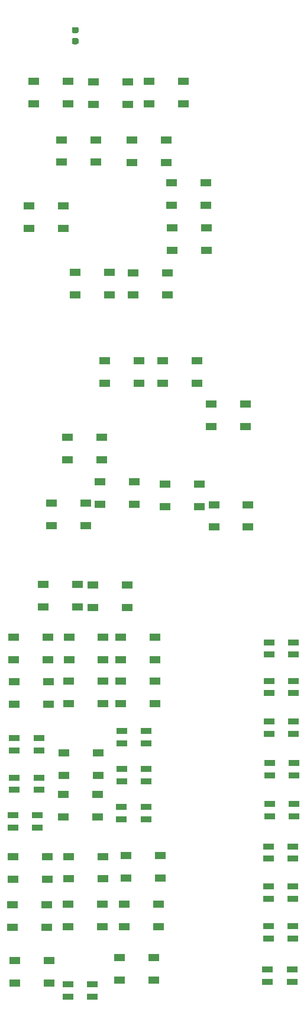
<source format=gbr>
%TF.GenerationSoftware,KiCad,Pcbnew,(5.1.6)-1*%
%TF.CreationDate,2021-07-24T01:35:24+10:00*%
%TF.ProjectId,SPIN RCV Panel PCB V1,5350494e-2052-4435-9620-50616e656c20,rev?*%
%TF.SameCoordinates,Original*%
%TF.FileFunction,Paste,Top*%
%TF.FilePolarity,Positive*%
%FSLAX46Y46*%
G04 Gerber Fmt 4.6, Leading zero omitted, Abs format (unit mm)*
G04 Created by KiCad (PCBNEW (5.1.6)-1) date 2021-07-24 01:35:24*
%MOMM*%
%LPD*%
G01*
G04 APERTURE LIST*
%ADD10R,1.600000X0.850000*%
%ADD11R,1.500000X1.000000*%
G04 APERTURE END LIST*
D10*
%TO.C,D53*%
X270058000Y-155600000D03*
X270058000Y-157350000D03*
X273558000Y-155600000D03*
X273558000Y-157350000D03*
%TD*%
%TO.C,D51*%
X241494000Y-157722000D03*
X241494000Y-159472000D03*
X244994000Y-157722000D03*
X244994000Y-159472000D03*
%TD*%
%TO.C,D49*%
X270196000Y-149442000D03*
X270196000Y-151192000D03*
X273696000Y-149442000D03*
X273696000Y-151192000D03*
%TD*%
%TO.C,D45*%
X270208000Y-143727000D03*
X270208000Y-145477000D03*
X273708000Y-143727000D03*
X273708000Y-145477000D03*
%TD*%
%TO.C,D44*%
X270222000Y-138037000D03*
X270222000Y-139787000D03*
X273722000Y-138037000D03*
X273722000Y-139787000D03*
%TD*%
%TO.C,D40*%
X270360000Y-131967000D03*
X270360000Y-133717000D03*
X273860000Y-131967000D03*
X273860000Y-133717000D03*
%TD*%
%TO.C,D39*%
X249154000Y-132410000D03*
X249154000Y-134160000D03*
X252654000Y-132410000D03*
X252654000Y-134160000D03*
%TD*%
%TO.C,D37*%
X233618000Y-133592000D03*
X233618000Y-135342000D03*
X237118000Y-133592000D03*
X237118000Y-135342000D03*
%TD*%
%TO.C,D36*%
X270337000Y-126162000D03*
X270337000Y-127912000D03*
X273837000Y-126162000D03*
X273837000Y-127912000D03*
%TD*%
%TO.C,D35*%
X249179000Y-126975000D03*
X249179000Y-128725000D03*
X252679000Y-126975000D03*
X252679000Y-128725000D03*
%TD*%
%TO.C,D34*%
X233823000Y-128208000D03*
X233823000Y-129958000D03*
X237323000Y-128208000D03*
X237323000Y-129958000D03*
%TD*%
%TO.C,D33*%
X270287000Y-120193000D03*
X270287000Y-121943000D03*
X273787000Y-120193000D03*
X273787000Y-121943000D03*
%TD*%
%TO.C,D32*%
X249205000Y-121539000D03*
X249205000Y-123289000D03*
X252705000Y-121539000D03*
X252705000Y-123289000D03*
%TD*%
%TO.C,D30*%
X233838000Y-122580000D03*
X233838000Y-124330000D03*
X237338000Y-122580000D03*
X237338000Y-124330000D03*
%TD*%
%TO.C,D29*%
X270256000Y-114402000D03*
X270256000Y-116152000D03*
X273756000Y-114402000D03*
X273756000Y-116152000D03*
%TD*%
%TO.C,D25*%
X270300000Y-108900000D03*
X270300000Y-110650000D03*
X273800000Y-108900000D03*
X273800000Y-110650000D03*
%TD*%
%TO.C,R1*%
G36*
G01*
X242288750Y-22676600D02*
X242801250Y-22676600D01*
G75*
G02*
X243020000Y-22895350I0J-218750D01*
G01*
X243020000Y-23332850D01*
G75*
G02*
X242801250Y-23551600I-218750J0D01*
G01*
X242288750Y-23551600D01*
G75*
G02*
X242070000Y-23332850I0J218750D01*
G01*
X242070000Y-22895350D01*
G75*
G02*
X242288750Y-22676600I218750J0D01*
G01*
G37*
G36*
G01*
X242288750Y-21101600D02*
X242801250Y-21101600D01*
G75*
G02*
X243020000Y-21320350I0J-218750D01*
G01*
X243020000Y-21757850D01*
G75*
G02*
X242801250Y-21976600I-218750J0D01*
G01*
X242288750Y-21976600D01*
G75*
G02*
X242070000Y-21757850I0J218750D01*
G01*
X242070000Y-21320350D01*
G75*
G02*
X242288750Y-21101600I218750J0D01*
G01*
G37*
%TD*%
D11*
%TO.C,D52*%
X248897000Y-153924000D03*
X248897000Y-157124000D03*
X253797000Y-153924000D03*
X253797000Y-157124000D03*
%TD*%
%TO.C,D50*%
X233858000Y-154305000D03*
X233858000Y-157505000D03*
X238758000Y-154305000D03*
X238758000Y-157505000D03*
%TD*%
%TO.C,D48*%
X249532000Y-146304000D03*
X249532000Y-149504000D03*
X254432000Y-146304000D03*
X254432000Y-149504000D03*
%TD*%
%TO.C,D47*%
X241531000Y-146304000D03*
X241531000Y-149504000D03*
X246431000Y-146304000D03*
X246431000Y-149504000D03*
%TD*%
%TO.C,D46*%
X233578000Y-146381000D03*
X233578000Y-149581000D03*
X238478000Y-146381000D03*
X238478000Y-149581000D03*
%TD*%
%TO.C,D43*%
X249797000Y-139370000D03*
X249797000Y-142570000D03*
X254697000Y-139370000D03*
X254697000Y-142570000D03*
%TD*%
%TO.C,D42*%
X241630000Y-139471000D03*
X241630000Y-142671000D03*
X246530000Y-139471000D03*
X246530000Y-142671000D03*
%TD*%
%TO.C,D41*%
X233631000Y-139522000D03*
X233631000Y-142722000D03*
X238531000Y-139522000D03*
X238531000Y-142722000D03*
%TD*%
%TO.C,D38*%
X240800000Y-130600000D03*
X240800000Y-133800000D03*
X245700000Y-130600000D03*
X245700000Y-133800000D03*
%TD*%
%TO.C,D31*%
X240900000Y-124700000D03*
X240900000Y-127900000D03*
X245800000Y-124700000D03*
X245800000Y-127900000D03*
%TD*%
%TO.C,D28*%
X249024000Y-114453000D03*
X249024000Y-117653000D03*
X253924000Y-114453000D03*
X253924000Y-117653000D03*
%TD*%
%TO.C,D27*%
X241607000Y-114478000D03*
X241607000Y-117678000D03*
X246507000Y-114478000D03*
X246507000Y-117678000D03*
%TD*%
%TO.C,D26*%
X233784000Y-114503000D03*
X233784000Y-117703000D03*
X238684000Y-114503000D03*
X238684000Y-117703000D03*
%TD*%
%TO.C,D24*%
X249049000Y-108179000D03*
X249049000Y-111379000D03*
X253949000Y-108179000D03*
X253949000Y-111379000D03*
%TD*%
%TO.C,D23*%
X241644000Y-108179000D03*
X241644000Y-111379000D03*
X246544000Y-108179000D03*
X246544000Y-111379000D03*
%TD*%
%TO.C,D22*%
X233758000Y-108179000D03*
X233758000Y-111379000D03*
X238658000Y-108179000D03*
X238658000Y-111379000D03*
%TD*%
%TO.C,D21*%
X245061000Y-100711000D03*
X245061000Y-103911000D03*
X249961000Y-100711000D03*
X249961000Y-103911000D03*
%TD*%
%TO.C,D20*%
X237975000Y-100660000D03*
X237975000Y-103860000D03*
X242875000Y-100660000D03*
X242875000Y-103860000D03*
%TD*%
%TO.C,D19*%
X241452000Y-79654400D03*
X241452000Y-82854400D03*
X246352000Y-79654400D03*
X246352000Y-82854400D03*
%TD*%
%TO.C,D18*%
X239143000Y-89027000D03*
X239143000Y-92227000D03*
X244043000Y-89027000D03*
X244043000Y-92227000D03*
%TD*%
%TO.C,D17*%
X246103000Y-85979000D03*
X246103000Y-89179000D03*
X251003000Y-85979000D03*
X251003000Y-89179000D03*
%TD*%
%TO.C,D16*%
X255374000Y-86334600D03*
X255374000Y-89534600D03*
X260274000Y-86334600D03*
X260274000Y-89534600D03*
%TD*%
%TO.C,D15*%
X262384000Y-89255600D03*
X262384000Y-92455600D03*
X267284000Y-89255600D03*
X267284000Y-92455600D03*
%TD*%
%TO.C,D14*%
X262029000Y-74904600D03*
X262029000Y-78104600D03*
X266929000Y-74904600D03*
X266929000Y-78104600D03*
%TD*%
%TO.C,D13*%
X255094000Y-68732400D03*
X255094000Y-71932400D03*
X259994000Y-68732400D03*
X259994000Y-71932400D03*
%TD*%
%TO.C,D12*%
X246763000Y-68707000D03*
X246763000Y-71907000D03*
X251663000Y-68707000D03*
X251663000Y-71907000D03*
%TD*%
%TO.C,D11*%
X235917000Y-46659800D03*
X235917000Y-49859800D03*
X240817000Y-46659800D03*
X240817000Y-49859800D03*
%TD*%
%TO.C,D10*%
X242494000Y-56134000D03*
X242494000Y-59334000D03*
X247394000Y-56134000D03*
X247394000Y-59334000D03*
%TD*%
%TO.C,D9*%
X250853000Y-56159800D03*
X250853000Y-59359800D03*
X255753000Y-56159800D03*
X255753000Y-59359800D03*
%TD*%
%TO.C,D8*%
X256388000Y-49733600D03*
X256388000Y-52933600D03*
X261288000Y-49733600D03*
X261288000Y-52933600D03*
%TD*%
%TO.C,D7*%
X256325000Y-43332600D03*
X256325000Y-46532600D03*
X261225000Y-43332600D03*
X261225000Y-46532600D03*
%TD*%
%TO.C,D6*%
X250649000Y-37236800D03*
X250649000Y-40436800D03*
X255549000Y-37236800D03*
X255549000Y-40436800D03*
%TD*%
%TO.C,D5*%
X240616000Y-37185600D03*
X240616000Y-40385600D03*
X245516000Y-37185600D03*
X245516000Y-40385600D03*
%TD*%
%TO.C,D4*%
X253139000Y-28880200D03*
X253139000Y-32080200D03*
X258039000Y-28880200D03*
X258039000Y-32080200D03*
%TD*%
%TO.C,D3*%
X245161000Y-28905600D03*
X245161000Y-32105600D03*
X250061000Y-28905600D03*
X250061000Y-32105600D03*
%TD*%
%TO.C,D2*%
X236601000Y-28879800D03*
X236601000Y-32079800D03*
X241501000Y-28879800D03*
X241501000Y-32079800D03*
%TD*%
M02*

</source>
